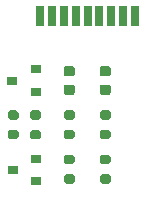
<source format=gbr>
G04 #@! TF.GenerationSoftware,KiCad,Pcbnew,5.1.10-88a1d61d58~88~ubuntu18.04.1*
G04 #@! TF.CreationDate,2021-09-17T16:00:13+02:00*
G04 #@! TF.ProjectId,GPIO-USB-Switch,4750494f-2d55-4534-922d-537769746368,rev?*
G04 #@! TF.SameCoordinates,Original*
G04 #@! TF.FileFunction,Paste,Top*
G04 #@! TF.FilePolarity,Positive*
%FSLAX46Y46*%
G04 Gerber Fmt 4.6, Leading zero omitted, Abs format (unit mm)*
G04 Created by KiCad (PCBNEW 5.1.10-88a1d61d58~88~ubuntu18.04.1) date 2021-09-17 16:00:13*
%MOMM*%
%LPD*%
G01*
G04 APERTURE LIST*
%ADD10R,0.900000X0.800000*%
%ADD11R,0.700000X1.800000*%
G04 APERTURE END LIST*
D10*
X148600000Y-82900000D03*
X150600000Y-81950000D03*
X150600000Y-83850000D03*
D11*
X151000000Y-77398000D03*
X159000000Y-77398000D03*
X152000000Y-77398000D03*
X158000000Y-77398000D03*
X157000000Y-77398000D03*
X156000000Y-77398000D03*
X153000000Y-77398000D03*
X154000000Y-77398000D03*
X155000000Y-77398000D03*
G36*
G01*
X153193750Y-83250000D02*
X153706250Y-83250000D01*
G75*
G02*
X153925000Y-83468750I0J-218750D01*
G01*
X153925000Y-83906250D01*
G75*
G02*
X153706250Y-84125000I-218750J0D01*
G01*
X153193750Y-84125000D01*
G75*
G02*
X152975000Y-83906250I0J218750D01*
G01*
X152975000Y-83468750D01*
G75*
G02*
X153193750Y-83250000I218750J0D01*
G01*
G37*
G36*
G01*
X153193750Y-81675000D02*
X153706250Y-81675000D01*
G75*
G02*
X153925000Y-81893750I0J-218750D01*
G01*
X153925000Y-82331250D01*
G75*
G02*
X153706250Y-82550000I-218750J0D01*
G01*
X153193750Y-82550000D01*
G75*
G02*
X152975000Y-82331250I0J218750D01*
G01*
X152975000Y-81893750D01*
G75*
G02*
X153193750Y-81675000I218750J0D01*
G01*
G37*
G36*
G01*
X156775000Y-86225000D02*
X156225000Y-86225000D01*
G75*
G02*
X156025000Y-86025000I0J200000D01*
G01*
X156025000Y-85625000D01*
G75*
G02*
X156225000Y-85425000I200000J0D01*
G01*
X156775000Y-85425000D01*
G75*
G02*
X156975000Y-85625000I0J-200000D01*
G01*
X156975000Y-86025000D01*
G75*
G02*
X156775000Y-86225000I-200000J0D01*
G01*
G37*
G36*
G01*
X156775000Y-87875000D02*
X156225000Y-87875000D01*
G75*
G02*
X156025000Y-87675000I0J200000D01*
G01*
X156025000Y-87275000D01*
G75*
G02*
X156225000Y-87075000I200000J0D01*
G01*
X156775000Y-87075000D01*
G75*
G02*
X156975000Y-87275000I0J-200000D01*
G01*
X156975000Y-87675000D01*
G75*
G02*
X156775000Y-87875000I-200000J0D01*
G01*
G37*
G36*
G01*
X150325000Y-87075000D02*
X150875000Y-87075000D01*
G75*
G02*
X151075000Y-87275000I0J-200000D01*
G01*
X151075000Y-87675000D01*
G75*
G02*
X150875000Y-87875000I-200000J0D01*
G01*
X150325000Y-87875000D01*
G75*
G02*
X150125000Y-87675000I0J200000D01*
G01*
X150125000Y-87275000D01*
G75*
G02*
X150325000Y-87075000I200000J0D01*
G01*
G37*
G36*
G01*
X150325000Y-85425000D02*
X150875000Y-85425000D01*
G75*
G02*
X151075000Y-85625000I0J-200000D01*
G01*
X151075000Y-86025000D01*
G75*
G02*
X150875000Y-86225000I-200000J0D01*
G01*
X150325000Y-86225000D01*
G75*
G02*
X150125000Y-86025000I0J200000D01*
G01*
X150125000Y-85625000D01*
G75*
G02*
X150325000Y-85425000I200000J0D01*
G01*
G37*
G36*
G01*
X153175000Y-87075000D02*
X153725000Y-87075000D01*
G75*
G02*
X153925000Y-87275000I0J-200000D01*
G01*
X153925000Y-87675000D01*
G75*
G02*
X153725000Y-87875000I-200000J0D01*
G01*
X153175000Y-87875000D01*
G75*
G02*
X152975000Y-87675000I0J200000D01*
G01*
X152975000Y-87275000D01*
G75*
G02*
X153175000Y-87075000I200000J0D01*
G01*
G37*
G36*
G01*
X153175000Y-85425000D02*
X153725000Y-85425000D01*
G75*
G02*
X153925000Y-85625000I0J-200000D01*
G01*
X153925000Y-86025000D01*
G75*
G02*
X153725000Y-86225000I-200000J0D01*
G01*
X153175000Y-86225000D01*
G75*
G02*
X152975000Y-86025000I0J200000D01*
G01*
X152975000Y-85625000D01*
G75*
G02*
X153175000Y-85425000I200000J0D01*
G01*
G37*
G36*
G01*
X148975000Y-86225000D02*
X148425000Y-86225000D01*
G75*
G02*
X148225000Y-86025000I0J200000D01*
G01*
X148225000Y-85625000D01*
G75*
G02*
X148425000Y-85425000I200000J0D01*
G01*
X148975000Y-85425000D01*
G75*
G02*
X149175000Y-85625000I0J-200000D01*
G01*
X149175000Y-86025000D01*
G75*
G02*
X148975000Y-86225000I-200000J0D01*
G01*
G37*
G36*
G01*
X148975000Y-87875000D02*
X148425000Y-87875000D01*
G75*
G02*
X148225000Y-87675000I0J200000D01*
G01*
X148225000Y-87275000D01*
G75*
G02*
X148425000Y-87075000I200000J0D01*
G01*
X148975000Y-87075000D01*
G75*
G02*
X149175000Y-87275000I0J-200000D01*
G01*
X149175000Y-87675000D01*
G75*
G02*
X148975000Y-87875000I-200000J0D01*
G01*
G37*
G36*
G01*
X153175000Y-90825000D02*
X153725000Y-90825000D01*
G75*
G02*
X153925000Y-91025000I0J-200000D01*
G01*
X153925000Y-91425000D01*
G75*
G02*
X153725000Y-91625000I-200000J0D01*
G01*
X153175000Y-91625000D01*
G75*
G02*
X152975000Y-91425000I0J200000D01*
G01*
X152975000Y-91025000D01*
G75*
G02*
X153175000Y-90825000I200000J0D01*
G01*
G37*
G36*
G01*
X153175000Y-89175000D02*
X153725000Y-89175000D01*
G75*
G02*
X153925000Y-89375000I0J-200000D01*
G01*
X153925000Y-89775000D01*
G75*
G02*
X153725000Y-89975000I-200000J0D01*
G01*
X153175000Y-89975000D01*
G75*
G02*
X152975000Y-89775000I0J200000D01*
G01*
X152975000Y-89375000D01*
G75*
G02*
X153175000Y-89175000I200000J0D01*
G01*
G37*
G36*
G01*
X156775000Y-89975000D02*
X156225000Y-89975000D01*
G75*
G02*
X156025000Y-89775000I0J200000D01*
G01*
X156025000Y-89375000D01*
G75*
G02*
X156225000Y-89175000I200000J0D01*
G01*
X156775000Y-89175000D01*
G75*
G02*
X156975000Y-89375000I0J-200000D01*
G01*
X156975000Y-89775000D01*
G75*
G02*
X156775000Y-89975000I-200000J0D01*
G01*
G37*
G36*
G01*
X156775000Y-91625000D02*
X156225000Y-91625000D01*
G75*
G02*
X156025000Y-91425000I0J200000D01*
G01*
X156025000Y-91025000D01*
G75*
G02*
X156225000Y-90825000I200000J0D01*
G01*
X156775000Y-90825000D01*
G75*
G02*
X156975000Y-91025000I0J-200000D01*
G01*
X156975000Y-91425000D01*
G75*
G02*
X156775000Y-91625000I-200000J0D01*
G01*
G37*
G36*
G01*
X156243750Y-83250000D02*
X156756250Y-83250000D01*
G75*
G02*
X156975000Y-83468750I0J-218750D01*
G01*
X156975000Y-83906250D01*
G75*
G02*
X156756250Y-84125000I-218750J0D01*
G01*
X156243750Y-84125000D01*
G75*
G02*
X156025000Y-83906250I0J218750D01*
G01*
X156025000Y-83468750D01*
G75*
G02*
X156243750Y-83250000I218750J0D01*
G01*
G37*
G36*
G01*
X156243750Y-81675000D02*
X156756250Y-81675000D01*
G75*
G02*
X156975000Y-81893750I0J-218750D01*
G01*
X156975000Y-82331250D01*
G75*
G02*
X156756250Y-82550000I-218750J0D01*
G01*
X156243750Y-82550000D01*
G75*
G02*
X156025000Y-82331250I0J218750D01*
G01*
X156025000Y-81893750D01*
G75*
G02*
X156243750Y-81675000I218750J0D01*
G01*
G37*
D10*
X148650000Y-90450000D03*
X150650000Y-89500000D03*
X150650000Y-91400000D03*
M02*

</source>
